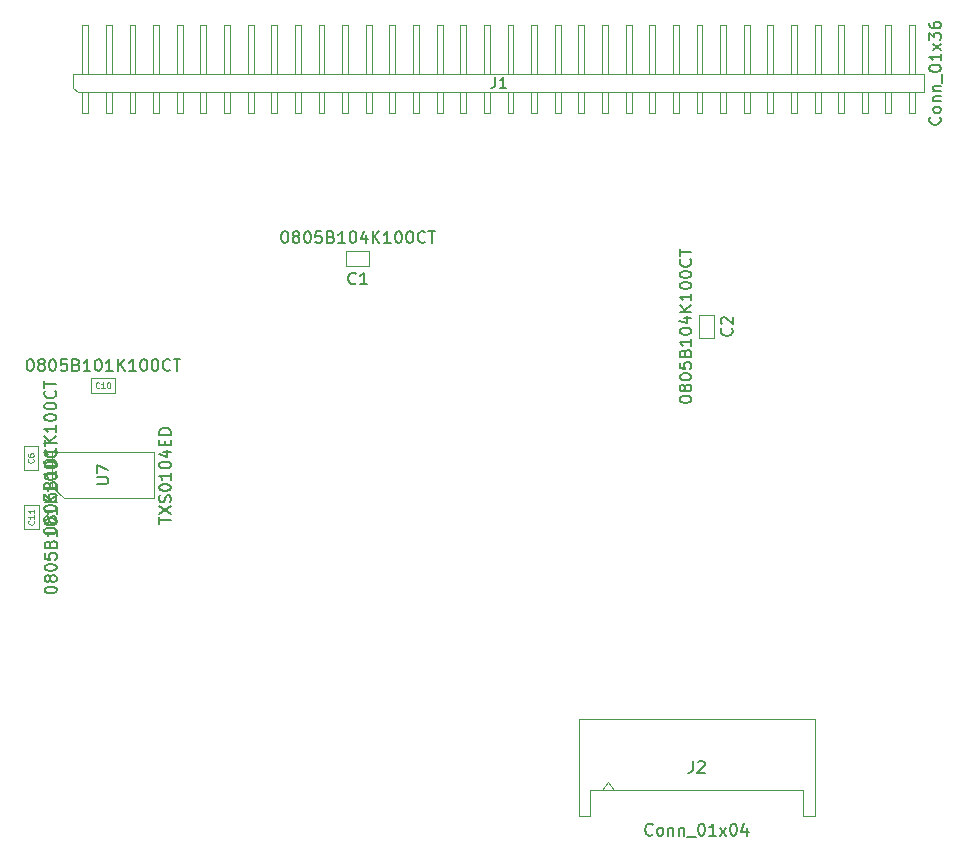
<source format=gbr>
%TF.GenerationSoftware,KiCad,Pcbnew,(5.1.9)-1*%
%TF.CreationDate,2021-04-30T23:03:23+10:00*%
%TF.ProjectId,RedPyKeeb_MCU,52656450-794b-4656-9562-5f4d43552e6b,rev?*%
%TF.SameCoordinates,Original*%
%TF.FileFunction,Other,Fab,Top*%
%FSLAX46Y46*%
G04 Gerber Fmt 4.6, Leading zero omitted, Abs format (unit mm)*
G04 Created by KiCad (PCBNEW (5.1.9)-1) date 2021-04-30 23:03:23*
%MOMM*%
%LPD*%
G01*
G04 APERTURE LIST*
%ADD10C,0.100000*%
%ADD11C,0.150000*%
%ADD12C,0.080000*%
%ADD13C,0.135000*%
G04 APERTURE END LIST*
D10*
%TO.C,J2*%
X98677600Y-95972400D02*
X98677600Y-98172400D01*
X98677600Y-98172400D02*
X97677600Y-98172400D01*
X97677600Y-98172400D02*
X97677600Y-89972400D01*
X97677600Y-89972400D02*
X117677600Y-89972400D01*
X117677600Y-89972400D02*
X117677600Y-98172400D01*
X117677600Y-98172400D02*
X116677600Y-98172400D01*
X116677600Y-98172400D02*
X116677600Y-95972400D01*
X116677600Y-95972400D02*
X98677600Y-95972400D01*
X99677600Y-95972400D02*
X100177600Y-95265293D01*
X100177600Y-95265293D02*
X100677600Y-95972400D01*
%TO.C,C1*%
X79968600Y-50332400D02*
X79968600Y-51572400D01*
X77968600Y-50332400D02*
X79968600Y-50332400D01*
X77968600Y-51572400D02*
X77968600Y-50332400D01*
X79968600Y-51572400D02*
X77968600Y-51572400D01*
%TO.C,C2*%
X107901500Y-55718200D02*
X109141500Y-55718200D01*
X107901500Y-57718200D02*
X107901500Y-55718200D01*
X109141500Y-57718200D02*
X107901500Y-57718200D01*
X109141500Y-55718200D02*
X109141500Y-57718200D01*
%TO.C,C10*%
X58404000Y-61097000D02*
X58404000Y-62347000D01*
X58404000Y-62347000D02*
X56404000Y-62347000D01*
X56404000Y-62347000D02*
X56404000Y-61097000D01*
X56404000Y-61097000D02*
X58404000Y-61097000D01*
%TO.C,C6*%
X51933000Y-66868800D02*
X51933000Y-68868800D01*
X50683000Y-66868800D02*
X51933000Y-66868800D01*
X50683000Y-68868800D02*
X50683000Y-66868800D01*
X51933000Y-68868800D02*
X50683000Y-68868800D01*
%TO.C,C11*%
X51971100Y-73859900D02*
X50721100Y-73859900D01*
X50721100Y-73859900D02*
X50721100Y-71859900D01*
X50721100Y-71859900D02*
X51971100Y-71859900D01*
X51971100Y-71859900D02*
X51971100Y-73859900D01*
%TO.C,J1*%
X126155400Y-35366700D02*
X126155400Y-31166700D01*
X125655400Y-31166700D02*
X126155400Y-31166700D01*
X125655400Y-35366700D02*
X125655400Y-31166700D01*
X126155400Y-38616700D02*
X126155400Y-36866700D01*
X125655400Y-38616700D02*
X126155400Y-38616700D01*
X125655400Y-38616700D02*
X125655400Y-36866700D01*
X124155400Y-35366700D02*
X124155400Y-31166700D01*
X123655400Y-31166700D02*
X124155400Y-31166700D01*
X123655400Y-35366700D02*
X123655400Y-31166700D01*
X124155400Y-38616700D02*
X124155400Y-36866700D01*
X123655400Y-38616700D02*
X124155400Y-38616700D01*
X123655400Y-38616700D02*
X123655400Y-36866700D01*
X122155400Y-35366700D02*
X122155400Y-31166700D01*
X121655400Y-31166700D02*
X122155400Y-31166700D01*
X121655400Y-35366700D02*
X121655400Y-31166700D01*
X122155400Y-38616700D02*
X122155400Y-36866700D01*
X121655400Y-38616700D02*
X122155400Y-38616700D01*
X121655400Y-38616700D02*
X121655400Y-36866700D01*
X120155400Y-35366700D02*
X120155400Y-31166700D01*
X119655400Y-31166700D02*
X120155400Y-31166700D01*
X119655400Y-35366700D02*
X119655400Y-31166700D01*
X120155400Y-38616700D02*
X120155400Y-36866700D01*
X119655400Y-38616700D02*
X120155400Y-38616700D01*
X119655400Y-38616700D02*
X119655400Y-36866700D01*
X118155400Y-35366700D02*
X118155400Y-31166700D01*
X117655400Y-31166700D02*
X118155400Y-31166700D01*
X117655400Y-35366700D02*
X117655400Y-31166700D01*
X118155400Y-38616700D02*
X118155400Y-36866700D01*
X117655400Y-38616700D02*
X118155400Y-38616700D01*
X117655400Y-38616700D02*
X117655400Y-36866700D01*
X116155400Y-35366700D02*
X116155400Y-31166700D01*
X115655400Y-31166700D02*
X116155400Y-31166700D01*
X115655400Y-35366700D02*
X115655400Y-31166700D01*
X116155400Y-38616700D02*
X116155400Y-36866700D01*
X115655400Y-38616700D02*
X116155400Y-38616700D01*
X115655400Y-38616700D02*
X115655400Y-36866700D01*
X114155400Y-35366700D02*
X114155400Y-31166700D01*
X113655400Y-31166700D02*
X114155400Y-31166700D01*
X113655400Y-35366700D02*
X113655400Y-31166700D01*
X114155400Y-38616700D02*
X114155400Y-36866700D01*
X113655400Y-38616700D02*
X114155400Y-38616700D01*
X113655400Y-38616700D02*
X113655400Y-36866700D01*
X112155400Y-35366700D02*
X112155400Y-31166700D01*
X111655400Y-31166700D02*
X112155400Y-31166700D01*
X111655400Y-35366700D02*
X111655400Y-31166700D01*
X112155400Y-38616700D02*
X112155400Y-36866700D01*
X111655400Y-38616700D02*
X112155400Y-38616700D01*
X111655400Y-38616700D02*
X111655400Y-36866700D01*
X110155400Y-35366700D02*
X110155400Y-31166700D01*
X109655400Y-31166700D02*
X110155400Y-31166700D01*
X109655400Y-35366700D02*
X109655400Y-31166700D01*
X110155400Y-38616700D02*
X110155400Y-36866700D01*
X109655400Y-38616700D02*
X110155400Y-38616700D01*
X109655400Y-38616700D02*
X109655400Y-36866700D01*
X108155400Y-35366700D02*
X108155400Y-31166700D01*
X107655400Y-31166700D02*
X108155400Y-31166700D01*
X107655400Y-35366700D02*
X107655400Y-31166700D01*
X108155400Y-38616700D02*
X108155400Y-36866700D01*
X107655400Y-38616700D02*
X108155400Y-38616700D01*
X107655400Y-38616700D02*
X107655400Y-36866700D01*
X106155400Y-35366700D02*
X106155400Y-31166700D01*
X105655400Y-31166700D02*
X106155400Y-31166700D01*
X105655400Y-35366700D02*
X105655400Y-31166700D01*
X106155400Y-38616700D02*
X106155400Y-36866700D01*
X105655400Y-38616700D02*
X106155400Y-38616700D01*
X105655400Y-38616700D02*
X105655400Y-36866700D01*
X104155400Y-35366700D02*
X104155400Y-31166700D01*
X103655400Y-31166700D02*
X104155400Y-31166700D01*
X103655400Y-35366700D02*
X103655400Y-31166700D01*
X104155400Y-38616700D02*
X104155400Y-36866700D01*
X103655400Y-38616700D02*
X104155400Y-38616700D01*
X103655400Y-38616700D02*
X103655400Y-36866700D01*
X102155400Y-35366700D02*
X102155400Y-31166700D01*
X101655400Y-31166700D02*
X102155400Y-31166700D01*
X101655400Y-35366700D02*
X101655400Y-31166700D01*
X102155400Y-38616700D02*
X102155400Y-36866700D01*
X101655400Y-38616700D02*
X102155400Y-38616700D01*
X101655400Y-38616700D02*
X101655400Y-36866700D01*
X100155400Y-35366700D02*
X100155400Y-31166700D01*
X99655400Y-31166700D02*
X100155400Y-31166700D01*
X99655400Y-35366700D02*
X99655400Y-31166700D01*
X100155400Y-38616700D02*
X100155400Y-36866700D01*
X99655400Y-38616700D02*
X100155400Y-38616700D01*
X99655400Y-38616700D02*
X99655400Y-36866700D01*
X98155400Y-35366700D02*
X98155400Y-31166700D01*
X97655400Y-31166700D02*
X98155400Y-31166700D01*
X97655400Y-35366700D02*
X97655400Y-31166700D01*
X98155400Y-38616700D02*
X98155400Y-36866700D01*
X97655400Y-38616700D02*
X98155400Y-38616700D01*
X97655400Y-38616700D02*
X97655400Y-36866700D01*
X96155400Y-35366700D02*
X96155400Y-31166700D01*
X95655400Y-31166700D02*
X96155400Y-31166700D01*
X95655400Y-35366700D02*
X95655400Y-31166700D01*
X96155400Y-38616700D02*
X96155400Y-36866700D01*
X95655400Y-38616700D02*
X96155400Y-38616700D01*
X95655400Y-38616700D02*
X95655400Y-36866700D01*
X94155400Y-35366700D02*
X94155400Y-31166700D01*
X93655400Y-31166700D02*
X94155400Y-31166700D01*
X93655400Y-35366700D02*
X93655400Y-31166700D01*
X94155400Y-38616700D02*
X94155400Y-36866700D01*
X93655400Y-38616700D02*
X94155400Y-38616700D01*
X93655400Y-38616700D02*
X93655400Y-36866700D01*
X92155400Y-35366700D02*
X92155400Y-31166700D01*
X91655400Y-31166700D02*
X92155400Y-31166700D01*
X91655400Y-35366700D02*
X91655400Y-31166700D01*
X92155400Y-38616700D02*
X92155400Y-36866700D01*
X91655400Y-38616700D02*
X92155400Y-38616700D01*
X91655400Y-38616700D02*
X91655400Y-36866700D01*
X90155400Y-35366700D02*
X90155400Y-31166700D01*
X89655400Y-31166700D02*
X90155400Y-31166700D01*
X89655400Y-35366700D02*
X89655400Y-31166700D01*
X90155400Y-38616700D02*
X90155400Y-36866700D01*
X89655400Y-38616700D02*
X90155400Y-38616700D01*
X89655400Y-38616700D02*
X89655400Y-36866700D01*
X88155400Y-35366700D02*
X88155400Y-31166700D01*
X87655400Y-31166700D02*
X88155400Y-31166700D01*
X87655400Y-35366700D02*
X87655400Y-31166700D01*
X88155400Y-38616700D02*
X88155400Y-36866700D01*
X87655400Y-38616700D02*
X88155400Y-38616700D01*
X87655400Y-38616700D02*
X87655400Y-36866700D01*
X86155400Y-35366700D02*
X86155400Y-31166700D01*
X85655400Y-31166700D02*
X86155400Y-31166700D01*
X85655400Y-35366700D02*
X85655400Y-31166700D01*
X86155400Y-38616700D02*
X86155400Y-36866700D01*
X85655400Y-38616700D02*
X86155400Y-38616700D01*
X85655400Y-38616700D02*
X85655400Y-36866700D01*
X84155400Y-35366700D02*
X84155400Y-31166700D01*
X83655400Y-31166700D02*
X84155400Y-31166700D01*
X83655400Y-35366700D02*
X83655400Y-31166700D01*
X84155400Y-38616700D02*
X84155400Y-36866700D01*
X83655400Y-38616700D02*
X84155400Y-38616700D01*
X83655400Y-38616700D02*
X83655400Y-36866700D01*
X82155400Y-35366700D02*
X82155400Y-31166700D01*
X81655400Y-31166700D02*
X82155400Y-31166700D01*
X81655400Y-35366700D02*
X81655400Y-31166700D01*
X82155400Y-38616700D02*
X82155400Y-36866700D01*
X81655400Y-38616700D02*
X82155400Y-38616700D01*
X81655400Y-38616700D02*
X81655400Y-36866700D01*
X80155400Y-35366700D02*
X80155400Y-31166700D01*
X79655400Y-31166700D02*
X80155400Y-31166700D01*
X79655400Y-35366700D02*
X79655400Y-31166700D01*
X80155400Y-38616700D02*
X80155400Y-36866700D01*
X79655400Y-38616700D02*
X80155400Y-38616700D01*
X79655400Y-38616700D02*
X79655400Y-36866700D01*
X78155400Y-35366700D02*
X78155400Y-31166700D01*
X77655400Y-31166700D02*
X78155400Y-31166700D01*
X77655400Y-35366700D02*
X77655400Y-31166700D01*
X78155400Y-38616700D02*
X78155400Y-36866700D01*
X77655400Y-38616700D02*
X78155400Y-38616700D01*
X77655400Y-38616700D02*
X77655400Y-36866700D01*
X76155400Y-35366700D02*
X76155400Y-31166700D01*
X75655400Y-31166700D02*
X76155400Y-31166700D01*
X75655400Y-35366700D02*
X75655400Y-31166700D01*
X76155400Y-38616700D02*
X76155400Y-36866700D01*
X75655400Y-38616700D02*
X76155400Y-38616700D01*
X75655400Y-38616700D02*
X75655400Y-36866700D01*
X74155400Y-35366700D02*
X74155400Y-31166700D01*
X73655400Y-31166700D02*
X74155400Y-31166700D01*
X73655400Y-35366700D02*
X73655400Y-31166700D01*
X74155400Y-38616700D02*
X74155400Y-36866700D01*
X73655400Y-38616700D02*
X74155400Y-38616700D01*
X73655400Y-38616700D02*
X73655400Y-36866700D01*
X72155400Y-35366700D02*
X72155400Y-31166700D01*
X71655400Y-31166700D02*
X72155400Y-31166700D01*
X71655400Y-35366700D02*
X71655400Y-31166700D01*
X72155400Y-38616700D02*
X72155400Y-36866700D01*
X71655400Y-38616700D02*
X72155400Y-38616700D01*
X71655400Y-38616700D02*
X71655400Y-36866700D01*
X70155400Y-35366700D02*
X70155400Y-31166700D01*
X69655400Y-31166700D02*
X70155400Y-31166700D01*
X69655400Y-35366700D02*
X69655400Y-31166700D01*
X70155400Y-38616700D02*
X70155400Y-36866700D01*
X69655400Y-38616700D02*
X70155400Y-38616700D01*
X69655400Y-38616700D02*
X69655400Y-36866700D01*
X68155400Y-35366700D02*
X68155400Y-31166700D01*
X67655400Y-31166700D02*
X68155400Y-31166700D01*
X67655400Y-35366700D02*
X67655400Y-31166700D01*
X68155400Y-38616700D02*
X68155400Y-36866700D01*
X67655400Y-38616700D02*
X68155400Y-38616700D01*
X67655400Y-38616700D02*
X67655400Y-36866700D01*
X66155400Y-35366700D02*
X66155400Y-31166700D01*
X65655400Y-31166700D02*
X66155400Y-31166700D01*
X65655400Y-35366700D02*
X65655400Y-31166700D01*
X66155400Y-38616700D02*
X66155400Y-36866700D01*
X65655400Y-38616700D02*
X66155400Y-38616700D01*
X65655400Y-38616700D02*
X65655400Y-36866700D01*
X64155400Y-35366700D02*
X64155400Y-31166700D01*
X63655400Y-31166700D02*
X64155400Y-31166700D01*
X63655400Y-35366700D02*
X63655400Y-31166700D01*
X64155400Y-38616700D02*
X64155400Y-36866700D01*
X63655400Y-38616700D02*
X64155400Y-38616700D01*
X63655400Y-38616700D02*
X63655400Y-36866700D01*
X62155400Y-35366700D02*
X62155400Y-31166700D01*
X61655400Y-31166700D02*
X62155400Y-31166700D01*
X61655400Y-35366700D02*
X61655400Y-31166700D01*
X62155400Y-38616700D02*
X62155400Y-36866700D01*
X61655400Y-38616700D02*
X62155400Y-38616700D01*
X61655400Y-38616700D02*
X61655400Y-36866700D01*
X60155400Y-35366700D02*
X60155400Y-31166700D01*
X59655400Y-31166700D02*
X60155400Y-31166700D01*
X59655400Y-35366700D02*
X59655400Y-31166700D01*
X60155400Y-38616700D02*
X60155400Y-36866700D01*
X59655400Y-38616700D02*
X60155400Y-38616700D01*
X59655400Y-38616700D02*
X59655400Y-36866700D01*
X58155400Y-35366700D02*
X58155400Y-31166700D01*
X57655400Y-31166700D02*
X58155400Y-31166700D01*
X57655400Y-35366700D02*
X57655400Y-31166700D01*
X58155400Y-38616700D02*
X58155400Y-36866700D01*
X57655400Y-38616700D02*
X58155400Y-38616700D01*
X57655400Y-38616700D02*
X57655400Y-36866700D01*
X56155400Y-35366700D02*
X56155400Y-31166700D01*
X55655400Y-31166700D02*
X56155400Y-31166700D01*
X55655400Y-35366700D02*
X55655400Y-31166700D01*
X56155400Y-38616700D02*
X56155400Y-36866700D01*
X55655400Y-38616700D02*
X56155400Y-38616700D01*
X55655400Y-38616700D02*
X55655400Y-36866700D01*
X55280400Y-36866700D02*
X54905400Y-36491700D01*
X126905400Y-36866700D02*
X55280400Y-36866700D01*
X126905400Y-35366700D02*
X126905400Y-36866700D01*
X54905400Y-35366700D02*
X126905400Y-35366700D01*
X54905400Y-36491700D02*
X54905400Y-35366700D01*
%TO.C,U7*%
X54074301Y-71262699D02*
X53099301Y-70287699D01*
X61749301Y-71262699D02*
X54074301Y-71262699D01*
X61749301Y-67362699D02*
X61749301Y-71262699D01*
X53099301Y-67362699D02*
X61749301Y-67362699D01*
X53099301Y-70287699D02*
X53099301Y-67362699D01*
%TD*%
%TO.C,J2*%
D11*
X103939504Y-99729542D02*
X103891885Y-99777161D01*
X103749028Y-99824780D01*
X103653790Y-99824780D01*
X103510933Y-99777161D01*
X103415695Y-99681923D01*
X103368076Y-99586685D01*
X103320457Y-99396209D01*
X103320457Y-99253352D01*
X103368076Y-99062876D01*
X103415695Y-98967638D01*
X103510933Y-98872400D01*
X103653790Y-98824780D01*
X103749028Y-98824780D01*
X103891885Y-98872400D01*
X103939504Y-98920019D01*
X104510933Y-99824780D02*
X104415695Y-99777161D01*
X104368076Y-99729542D01*
X104320457Y-99634304D01*
X104320457Y-99348590D01*
X104368076Y-99253352D01*
X104415695Y-99205733D01*
X104510933Y-99158114D01*
X104653790Y-99158114D01*
X104749028Y-99205733D01*
X104796647Y-99253352D01*
X104844266Y-99348590D01*
X104844266Y-99634304D01*
X104796647Y-99729542D01*
X104749028Y-99777161D01*
X104653790Y-99824780D01*
X104510933Y-99824780D01*
X105272838Y-99158114D02*
X105272838Y-99824780D01*
X105272838Y-99253352D02*
X105320457Y-99205733D01*
X105415695Y-99158114D01*
X105558552Y-99158114D01*
X105653790Y-99205733D01*
X105701409Y-99300971D01*
X105701409Y-99824780D01*
X106177600Y-99158114D02*
X106177600Y-99824780D01*
X106177600Y-99253352D02*
X106225219Y-99205733D01*
X106320457Y-99158114D01*
X106463314Y-99158114D01*
X106558552Y-99205733D01*
X106606171Y-99300971D01*
X106606171Y-99824780D01*
X106844266Y-99920019D02*
X107606171Y-99920019D01*
X108034742Y-98824780D02*
X108129980Y-98824780D01*
X108225219Y-98872400D01*
X108272838Y-98920019D01*
X108320457Y-99015257D01*
X108368076Y-99205733D01*
X108368076Y-99443828D01*
X108320457Y-99634304D01*
X108272838Y-99729542D01*
X108225219Y-99777161D01*
X108129980Y-99824780D01*
X108034742Y-99824780D01*
X107939504Y-99777161D01*
X107891885Y-99729542D01*
X107844266Y-99634304D01*
X107796647Y-99443828D01*
X107796647Y-99205733D01*
X107844266Y-99015257D01*
X107891885Y-98920019D01*
X107939504Y-98872400D01*
X108034742Y-98824780D01*
X109320457Y-99824780D02*
X108749028Y-99824780D01*
X109034742Y-99824780D02*
X109034742Y-98824780D01*
X108939504Y-98967638D01*
X108844266Y-99062876D01*
X108749028Y-99110495D01*
X109653790Y-99824780D02*
X110177600Y-99158114D01*
X109653790Y-99158114D02*
X110177600Y-99824780D01*
X110749028Y-98824780D02*
X110844266Y-98824780D01*
X110939504Y-98872400D01*
X110987123Y-98920019D01*
X111034742Y-99015257D01*
X111082361Y-99205733D01*
X111082361Y-99443828D01*
X111034742Y-99634304D01*
X110987123Y-99729542D01*
X110939504Y-99777161D01*
X110844266Y-99824780D01*
X110749028Y-99824780D01*
X110653790Y-99777161D01*
X110606171Y-99729542D01*
X110558552Y-99634304D01*
X110510933Y-99443828D01*
X110510933Y-99205733D01*
X110558552Y-99015257D01*
X110606171Y-98920019D01*
X110653790Y-98872400D01*
X110749028Y-98824780D01*
X111939504Y-99158114D02*
X111939504Y-99824780D01*
X111701409Y-98777161D02*
X111463314Y-99491447D01*
X112082361Y-99491447D01*
X107344266Y-93524780D02*
X107344266Y-94239066D01*
X107296647Y-94381923D01*
X107201409Y-94477161D01*
X107058552Y-94524780D01*
X106963314Y-94524780D01*
X107772838Y-93620019D02*
X107820457Y-93572400D01*
X107915695Y-93524780D01*
X108153790Y-93524780D01*
X108249028Y-93572400D01*
X108296647Y-93620019D01*
X108344266Y-93715257D01*
X108344266Y-93810495D01*
X108296647Y-93953352D01*
X107725219Y-94524780D01*
X108344266Y-94524780D01*
%TO.C,C1*%
X72754314Y-48654780D02*
X72849552Y-48654780D01*
X72944790Y-48702400D01*
X72992409Y-48750019D01*
X73040028Y-48845257D01*
X73087647Y-49035733D01*
X73087647Y-49273828D01*
X73040028Y-49464304D01*
X72992409Y-49559542D01*
X72944790Y-49607161D01*
X72849552Y-49654780D01*
X72754314Y-49654780D01*
X72659076Y-49607161D01*
X72611457Y-49559542D01*
X72563838Y-49464304D01*
X72516219Y-49273828D01*
X72516219Y-49035733D01*
X72563838Y-48845257D01*
X72611457Y-48750019D01*
X72659076Y-48702400D01*
X72754314Y-48654780D01*
X73659076Y-49083352D02*
X73563838Y-49035733D01*
X73516219Y-48988114D01*
X73468600Y-48892876D01*
X73468600Y-48845257D01*
X73516219Y-48750019D01*
X73563838Y-48702400D01*
X73659076Y-48654780D01*
X73849552Y-48654780D01*
X73944790Y-48702400D01*
X73992409Y-48750019D01*
X74040028Y-48845257D01*
X74040028Y-48892876D01*
X73992409Y-48988114D01*
X73944790Y-49035733D01*
X73849552Y-49083352D01*
X73659076Y-49083352D01*
X73563838Y-49130971D01*
X73516219Y-49178590D01*
X73468600Y-49273828D01*
X73468600Y-49464304D01*
X73516219Y-49559542D01*
X73563838Y-49607161D01*
X73659076Y-49654780D01*
X73849552Y-49654780D01*
X73944790Y-49607161D01*
X73992409Y-49559542D01*
X74040028Y-49464304D01*
X74040028Y-49273828D01*
X73992409Y-49178590D01*
X73944790Y-49130971D01*
X73849552Y-49083352D01*
X74659076Y-48654780D02*
X74754314Y-48654780D01*
X74849552Y-48702400D01*
X74897171Y-48750019D01*
X74944790Y-48845257D01*
X74992409Y-49035733D01*
X74992409Y-49273828D01*
X74944790Y-49464304D01*
X74897171Y-49559542D01*
X74849552Y-49607161D01*
X74754314Y-49654780D01*
X74659076Y-49654780D01*
X74563838Y-49607161D01*
X74516219Y-49559542D01*
X74468600Y-49464304D01*
X74420980Y-49273828D01*
X74420980Y-49035733D01*
X74468600Y-48845257D01*
X74516219Y-48750019D01*
X74563838Y-48702400D01*
X74659076Y-48654780D01*
X75897171Y-48654780D02*
X75420980Y-48654780D01*
X75373361Y-49130971D01*
X75420980Y-49083352D01*
X75516219Y-49035733D01*
X75754314Y-49035733D01*
X75849552Y-49083352D01*
X75897171Y-49130971D01*
X75944790Y-49226209D01*
X75944790Y-49464304D01*
X75897171Y-49559542D01*
X75849552Y-49607161D01*
X75754314Y-49654780D01*
X75516219Y-49654780D01*
X75420980Y-49607161D01*
X75373361Y-49559542D01*
X76706695Y-49130971D02*
X76849552Y-49178590D01*
X76897171Y-49226209D01*
X76944790Y-49321447D01*
X76944790Y-49464304D01*
X76897171Y-49559542D01*
X76849552Y-49607161D01*
X76754314Y-49654780D01*
X76373361Y-49654780D01*
X76373361Y-48654780D01*
X76706695Y-48654780D01*
X76801933Y-48702400D01*
X76849552Y-48750019D01*
X76897171Y-48845257D01*
X76897171Y-48940495D01*
X76849552Y-49035733D01*
X76801933Y-49083352D01*
X76706695Y-49130971D01*
X76373361Y-49130971D01*
X77897171Y-49654780D02*
X77325742Y-49654780D01*
X77611457Y-49654780D02*
X77611457Y-48654780D01*
X77516219Y-48797638D01*
X77420980Y-48892876D01*
X77325742Y-48940495D01*
X78516219Y-48654780D02*
X78611457Y-48654780D01*
X78706695Y-48702400D01*
X78754314Y-48750019D01*
X78801933Y-48845257D01*
X78849552Y-49035733D01*
X78849552Y-49273828D01*
X78801933Y-49464304D01*
X78754314Y-49559542D01*
X78706695Y-49607161D01*
X78611457Y-49654780D01*
X78516219Y-49654780D01*
X78420980Y-49607161D01*
X78373361Y-49559542D01*
X78325742Y-49464304D01*
X78278123Y-49273828D01*
X78278123Y-49035733D01*
X78325742Y-48845257D01*
X78373361Y-48750019D01*
X78420980Y-48702400D01*
X78516219Y-48654780D01*
X79706695Y-48988114D02*
X79706695Y-49654780D01*
X79468600Y-48607161D02*
X79230504Y-49321447D01*
X79849552Y-49321447D01*
X80230504Y-49654780D02*
X80230504Y-48654780D01*
X80801933Y-49654780D02*
X80373361Y-49083352D01*
X80801933Y-48654780D02*
X80230504Y-49226209D01*
X81754314Y-49654780D02*
X81182885Y-49654780D01*
X81468600Y-49654780D02*
X81468600Y-48654780D01*
X81373361Y-48797638D01*
X81278123Y-48892876D01*
X81182885Y-48940495D01*
X82373361Y-48654780D02*
X82468600Y-48654780D01*
X82563838Y-48702400D01*
X82611457Y-48750019D01*
X82659076Y-48845257D01*
X82706695Y-49035733D01*
X82706695Y-49273828D01*
X82659076Y-49464304D01*
X82611457Y-49559542D01*
X82563838Y-49607161D01*
X82468600Y-49654780D01*
X82373361Y-49654780D01*
X82278123Y-49607161D01*
X82230504Y-49559542D01*
X82182885Y-49464304D01*
X82135266Y-49273828D01*
X82135266Y-49035733D01*
X82182885Y-48845257D01*
X82230504Y-48750019D01*
X82278123Y-48702400D01*
X82373361Y-48654780D01*
X83325742Y-48654780D02*
X83420980Y-48654780D01*
X83516219Y-48702400D01*
X83563838Y-48750019D01*
X83611457Y-48845257D01*
X83659076Y-49035733D01*
X83659076Y-49273828D01*
X83611457Y-49464304D01*
X83563838Y-49559542D01*
X83516219Y-49607161D01*
X83420980Y-49654780D01*
X83325742Y-49654780D01*
X83230504Y-49607161D01*
X83182885Y-49559542D01*
X83135266Y-49464304D01*
X83087647Y-49273828D01*
X83087647Y-49035733D01*
X83135266Y-48845257D01*
X83182885Y-48750019D01*
X83230504Y-48702400D01*
X83325742Y-48654780D01*
X84659076Y-49559542D02*
X84611457Y-49607161D01*
X84468599Y-49654780D01*
X84373361Y-49654780D01*
X84230504Y-49607161D01*
X84135266Y-49511923D01*
X84087647Y-49416685D01*
X84040028Y-49226209D01*
X84040028Y-49083352D01*
X84087647Y-48892876D01*
X84135266Y-48797638D01*
X84230504Y-48702400D01*
X84373361Y-48654780D01*
X84468599Y-48654780D01*
X84611457Y-48702400D01*
X84659076Y-48750019D01*
X84944790Y-48654780D02*
X85516219Y-48654780D01*
X85230504Y-49654780D02*
X85230504Y-48654780D01*
X78801933Y-53059542D02*
X78754314Y-53107161D01*
X78611457Y-53154780D01*
X78516219Y-53154780D01*
X78373361Y-53107161D01*
X78278123Y-53011923D01*
X78230504Y-52916685D01*
X78182885Y-52726209D01*
X78182885Y-52583352D01*
X78230504Y-52392876D01*
X78278123Y-52297638D01*
X78373361Y-52202400D01*
X78516219Y-52154780D01*
X78611457Y-52154780D01*
X78754314Y-52202400D01*
X78801933Y-52250019D01*
X79754314Y-53154780D02*
X79182885Y-53154780D01*
X79468600Y-53154780D02*
X79468600Y-52154780D01*
X79373361Y-52297638D01*
X79278123Y-52392876D01*
X79182885Y-52440495D01*
%TO.C,C2*%
X106223880Y-62932485D02*
X106223880Y-62837247D01*
X106271500Y-62742009D01*
X106319119Y-62694390D01*
X106414357Y-62646771D01*
X106604833Y-62599152D01*
X106842928Y-62599152D01*
X107033404Y-62646771D01*
X107128642Y-62694390D01*
X107176261Y-62742009D01*
X107223880Y-62837247D01*
X107223880Y-62932485D01*
X107176261Y-63027723D01*
X107128642Y-63075342D01*
X107033404Y-63122961D01*
X106842928Y-63170580D01*
X106604833Y-63170580D01*
X106414357Y-63122961D01*
X106319119Y-63075342D01*
X106271500Y-63027723D01*
X106223880Y-62932485D01*
X106652452Y-62027723D02*
X106604833Y-62122961D01*
X106557214Y-62170580D01*
X106461976Y-62218200D01*
X106414357Y-62218200D01*
X106319119Y-62170580D01*
X106271500Y-62122961D01*
X106223880Y-62027723D01*
X106223880Y-61837247D01*
X106271500Y-61742009D01*
X106319119Y-61694390D01*
X106414357Y-61646771D01*
X106461976Y-61646771D01*
X106557214Y-61694390D01*
X106604833Y-61742009D01*
X106652452Y-61837247D01*
X106652452Y-62027723D01*
X106700071Y-62122961D01*
X106747690Y-62170580D01*
X106842928Y-62218200D01*
X107033404Y-62218200D01*
X107128642Y-62170580D01*
X107176261Y-62122961D01*
X107223880Y-62027723D01*
X107223880Y-61837247D01*
X107176261Y-61742009D01*
X107128642Y-61694390D01*
X107033404Y-61646771D01*
X106842928Y-61646771D01*
X106747690Y-61694390D01*
X106700071Y-61742009D01*
X106652452Y-61837247D01*
X106223880Y-61027723D02*
X106223880Y-60932485D01*
X106271500Y-60837247D01*
X106319119Y-60789628D01*
X106414357Y-60742009D01*
X106604833Y-60694390D01*
X106842928Y-60694390D01*
X107033404Y-60742009D01*
X107128642Y-60789628D01*
X107176261Y-60837247D01*
X107223880Y-60932485D01*
X107223880Y-61027723D01*
X107176261Y-61122961D01*
X107128642Y-61170580D01*
X107033404Y-61218200D01*
X106842928Y-61265819D01*
X106604833Y-61265819D01*
X106414357Y-61218200D01*
X106319119Y-61170580D01*
X106271500Y-61122961D01*
X106223880Y-61027723D01*
X106223880Y-59789628D02*
X106223880Y-60265819D01*
X106700071Y-60313438D01*
X106652452Y-60265819D01*
X106604833Y-60170580D01*
X106604833Y-59932485D01*
X106652452Y-59837247D01*
X106700071Y-59789628D01*
X106795309Y-59742009D01*
X107033404Y-59742009D01*
X107128642Y-59789628D01*
X107176261Y-59837247D01*
X107223880Y-59932485D01*
X107223880Y-60170580D01*
X107176261Y-60265819D01*
X107128642Y-60313438D01*
X106700071Y-58980104D02*
X106747690Y-58837247D01*
X106795309Y-58789628D01*
X106890547Y-58742009D01*
X107033404Y-58742009D01*
X107128642Y-58789628D01*
X107176261Y-58837247D01*
X107223880Y-58932485D01*
X107223880Y-59313438D01*
X106223880Y-59313438D01*
X106223880Y-58980104D01*
X106271500Y-58884866D01*
X106319119Y-58837247D01*
X106414357Y-58789628D01*
X106509595Y-58789628D01*
X106604833Y-58837247D01*
X106652452Y-58884866D01*
X106700071Y-58980104D01*
X106700071Y-59313438D01*
X107223880Y-57789628D02*
X107223880Y-58361057D01*
X107223880Y-58075342D02*
X106223880Y-58075342D01*
X106366738Y-58170580D01*
X106461976Y-58265819D01*
X106509595Y-58361057D01*
X106223880Y-57170580D02*
X106223880Y-57075342D01*
X106271500Y-56980104D01*
X106319119Y-56932485D01*
X106414357Y-56884866D01*
X106604833Y-56837247D01*
X106842928Y-56837247D01*
X107033404Y-56884866D01*
X107128642Y-56932485D01*
X107176261Y-56980104D01*
X107223880Y-57075342D01*
X107223880Y-57170580D01*
X107176261Y-57265819D01*
X107128642Y-57313438D01*
X107033404Y-57361057D01*
X106842928Y-57408676D01*
X106604833Y-57408676D01*
X106414357Y-57361057D01*
X106319119Y-57313438D01*
X106271500Y-57265819D01*
X106223880Y-57170580D01*
X106557214Y-55980104D02*
X107223880Y-55980104D01*
X106176261Y-56218200D02*
X106890547Y-56456295D01*
X106890547Y-55837247D01*
X107223880Y-55456295D02*
X106223880Y-55456295D01*
X107223880Y-54884866D02*
X106652452Y-55313438D01*
X106223880Y-54884866D02*
X106795309Y-55456295D01*
X107223880Y-53932485D02*
X107223880Y-54503914D01*
X107223880Y-54218200D02*
X106223880Y-54218200D01*
X106366738Y-54313438D01*
X106461976Y-54408676D01*
X106509595Y-54503914D01*
X106223880Y-53313438D02*
X106223880Y-53218200D01*
X106271500Y-53122961D01*
X106319119Y-53075342D01*
X106414357Y-53027723D01*
X106604833Y-52980104D01*
X106842928Y-52980104D01*
X107033404Y-53027723D01*
X107128642Y-53075342D01*
X107176261Y-53122961D01*
X107223880Y-53218200D01*
X107223880Y-53313438D01*
X107176261Y-53408676D01*
X107128642Y-53456295D01*
X107033404Y-53503914D01*
X106842928Y-53551533D01*
X106604833Y-53551533D01*
X106414357Y-53503914D01*
X106319119Y-53456295D01*
X106271500Y-53408676D01*
X106223880Y-53313438D01*
X106223880Y-52361057D02*
X106223880Y-52265819D01*
X106271500Y-52170580D01*
X106319119Y-52122961D01*
X106414357Y-52075342D01*
X106604833Y-52027723D01*
X106842928Y-52027723D01*
X107033404Y-52075342D01*
X107128642Y-52122961D01*
X107176261Y-52170580D01*
X107223880Y-52265819D01*
X107223880Y-52361057D01*
X107176261Y-52456295D01*
X107128642Y-52503914D01*
X107033404Y-52551533D01*
X106842928Y-52599152D01*
X106604833Y-52599152D01*
X106414357Y-52551533D01*
X106319119Y-52503914D01*
X106271500Y-52456295D01*
X106223880Y-52361057D01*
X107128642Y-51027723D02*
X107176261Y-51075342D01*
X107223880Y-51218200D01*
X107223880Y-51313438D01*
X107176261Y-51456295D01*
X107081023Y-51551533D01*
X106985785Y-51599152D01*
X106795309Y-51646771D01*
X106652452Y-51646771D01*
X106461976Y-51599152D01*
X106366738Y-51551533D01*
X106271500Y-51456295D01*
X106223880Y-51313438D01*
X106223880Y-51218200D01*
X106271500Y-51075342D01*
X106319119Y-51027723D01*
X106223880Y-50742009D02*
X106223880Y-50170580D01*
X107223880Y-50456295D02*
X106223880Y-50456295D01*
X110628642Y-56884866D02*
X110676261Y-56932485D01*
X110723880Y-57075342D01*
X110723880Y-57170580D01*
X110676261Y-57313438D01*
X110581023Y-57408676D01*
X110485785Y-57456295D01*
X110295309Y-57503914D01*
X110152452Y-57503914D01*
X109961976Y-57456295D01*
X109866738Y-57408676D01*
X109771500Y-57313438D01*
X109723880Y-57170580D01*
X109723880Y-57075342D01*
X109771500Y-56932485D01*
X109819119Y-56884866D01*
X109819119Y-56503914D02*
X109771500Y-56456295D01*
X109723880Y-56361057D01*
X109723880Y-56122961D01*
X109771500Y-56027723D01*
X109819119Y-55980104D01*
X109914357Y-55932485D01*
X110009595Y-55932485D01*
X110152452Y-55980104D01*
X110723880Y-56551533D01*
X110723880Y-55932485D01*
%TO.C,C10*%
X51189714Y-59494380D02*
X51284952Y-59494380D01*
X51380190Y-59542000D01*
X51427809Y-59589619D01*
X51475428Y-59684857D01*
X51523047Y-59875333D01*
X51523047Y-60113428D01*
X51475428Y-60303904D01*
X51427809Y-60399142D01*
X51380190Y-60446761D01*
X51284952Y-60494380D01*
X51189714Y-60494380D01*
X51094476Y-60446761D01*
X51046857Y-60399142D01*
X50999238Y-60303904D01*
X50951619Y-60113428D01*
X50951619Y-59875333D01*
X50999238Y-59684857D01*
X51046857Y-59589619D01*
X51094476Y-59542000D01*
X51189714Y-59494380D01*
X52094476Y-59922952D02*
X51999238Y-59875333D01*
X51951619Y-59827714D01*
X51904000Y-59732476D01*
X51904000Y-59684857D01*
X51951619Y-59589619D01*
X51999238Y-59542000D01*
X52094476Y-59494380D01*
X52284952Y-59494380D01*
X52380190Y-59542000D01*
X52427809Y-59589619D01*
X52475428Y-59684857D01*
X52475428Y-59732476D01*
X52427809Y-59827714D01*
X52380190Y-59875333D01*
X52284952Y-59922952D01*
X52094476Y-59922952D01*
X51999238Y-59970571D01*
X51951619Y-60018190D01*
X51904000Y-60113428D01*
X51904000Y-60303904D01*
X51951619Y-60399142D01*
X51999238Y-60446761D01*
X52094476Y-60494380D01*
X52284952Y-60494380D01*
X52380190Y-60446761D01*
X52427809Y-60399142D01*
X52475428Y-60303904D01*
X52475428Y-60113428D01*
X52427809Y-60018190D01*
X52380190Y-59970571D01*
X52284952Y-59922952D01*
X53094476Y-59494380D02*
X53189714Y-59494380D01*
X53284952Y-59542000D01*
X53332571Y-59589619D01*
X53380190Y-59684857D01*
X53427809Y-59875333D01*
X53427809Y-60113428D01*
X53380190Y-60303904D01*
X53332571Y-60399142D01*
X53284952Y-60446761D01*
X53189714Y-60494380D01*
X53094476Y-60494380D01*
X52999238Y-60446761D01*
X52951619Y-60399142D01*
X52904000Y-60303904D01*
X52856380Y-60113428D01*
X52856380Y-59875333D01*
X52904000Y-59684857D01*
X52951619Y-59589619D01*
X52999238Y-59542000D01*
X53094476Y-59494380D01*
X54332571Y-59494380D02*
X53856380Y-59494380D01*
X53808761Y-59970571D01*
X53856380Y-59922952D01*
X53951619Y-59875333D01*
X54189714Y-59875333D01*
X54284952Y-59922952D01*
X54332571Y-59970571D01*
X54380190Y-60065809D01*
X54380190Y-60303904D01*
X54332571Y-60399142D01*
X54284952Y-60446761D01*
X54189714Y-60494380D01*
X53951619Y-60494380D01*
X53856380Y-60446761D01*
X53808761Y-60399142D01*
X55142095Y-59970571D02*
X55284952Y-60018190D01*
X55332571Y-60065809D01*
X55380190Y-60161047D01*
X55380190Y-60303904D01*
X55332571Y-60399142D01*
X55284952Y-60446761D01*
X55189714Y-60494380D01*
X54808761Y-60494380D01*
X54808761Y-59494380D01*
X55142095Y-59494380D01*
X55237333Y-59542000D01*
X55284952Y-59589619D01*
X55332571Y-59684857D01*
X55332571Y-59780095D01*
X55284952Y-59875333D01*
X55237333Y-59922952D01*
X55142095Y-59970571D01*
X54808761Y-59970571D01*
X56332571Y-60494380D02*
X55761142Y-60494380D01*
X56046857Y-60494380D02*
X56046857Y-59494380D01*
X55951619Y-59637238D01*
X55856380Y-59732476D01*
X55761142Y-59780095D01*
X56951619Y-59494380D02*
X57046857Y-59494380D01*
X57142095Y-59542000D01*
X57189714Y-59589619D01*
X57237333Y-59684857D01*
X57284952Y-59875333D01*
X57284952Y-60113428D01*
X57237333Y-60303904D01*
X57189714Y-60399142D01*
X57142095Y-60446761D01*
X57046857Y-60494380D01*
X56951619Y-60494380D01*
X56856380Y-60446761D01*
X56808761Y-60399142D01*
X56761142Y-60303904D01*
X56713523Y-60113428D01*
X56713523Y-59875333D01*
X56761142Y-59684857D01*
X56808761Y-59589619D01*
X56856380Y-59542000D01*
X56951619Y-59494380D01*
X58237333Y-60494380D02*
X57665904Y-60494380D01*
X57951619Y-60494380D02*
X57951619Y-59494380D01*
X57856380Y-59637238D01*
X57761142Y-59732476D01*
X57665904Y-59780095D01*
X58665904Y-60494380D02*
X58665904Y-59494380D01*
X59237333Y-60494380D02*
X58808761Y-59922952D01*
X59237333Y-59494380D02*
X58665904Y-60065809D01*
X60189714Y-60494380D02*
X59618285Y-60494380D01*
X59904000Y-60494380D02*
X59904000Y-59494380D01*
X59808761Y-59637238D01*
X59713523Y-59732476D01*
X59618285Y-59780095D01*
X60808761Y-59494380D02*
X60904000Y-59494380D01*
X60999238Y-59542000D01*
X61046857Y-59589619D01*
X61094476Y-59684857D01*
X61142095Y-59875333D01*
X61142095Y-60113428D01*
X61094476Y-60303904D01*
X61046857Y-60399142D01*
X60999238Y-60446761D01*
X60904000Y-60494380D01*
X60808761Y-60494380D01*
X60713523Y-60446761D01*
X60665904Y-60399142D01*
X60618285Y-60303904D01*
X60570666Y-60113428D01*
X60570666Y-59875333D01*
X60618285Y-59684857D01*
X60665904Y-59589619D01*
X60713523Y-59542000D01*
X60808761Y-59494380D01*
X61761142Y-59494380D02*
X61856380Y-59494380D01*
X61951619Y-59542000D01*
X61999238Y-59589619D01*
X62046857Y-59684857D01*
X62094476Y-59875333D01*
X62094476Y-60113428D01*
X62046857Y-60303904D01*
X61999238Y-60399142D01*
X61951619Y-60446761D01*
X61856380Y-60494380D01*
X61761142Y-60494380D01*
X61665904Y-60446761D01*
X61618285Y-60399142D01*
X61570666Y-60303904D01*
X61523047Y-60113428D01*
X61523047Y-59875333D01*
X61570666Y-59684857D01*
X61618285Y-59589619D01*
X61665904Y-59542000D01*
X61761142Y-59494380D01*
X63094476Y-60399142D02*
X63046857Y-60446761D01*
X62904000Y-60494380D01*
X62808761Y-60494380D01*
X62665904Y-60446761D01*
X62570666Y-60351523D01*
X62523047Y-60256285D01*
X62475428Y-60065809D01*
X62475428Y-59922952D01*
X62523047Y-59732476D01*
X62570666Y-59637238D01*
X62665904Y-59542000D01*
X62808761Y-59494380D01*
X62904000Y-59494380D01*
X63046857Y-59542000D01*
X63094476Y-59589619D01*
X63380190Y-59494380D02*
X63951619Y-59494380D01*
X63665904Y-60494380D02*
X63665904Y-59494380D01*
D12*
X57082571Y-61900571D02*
X57058761Y-61924380D01*
X56987333Y-61948190D01*
X56939714Y-61948190D01*
X56868285Y-61924380D01*
X56820666Y-61876761D01*
X56796857Y-61829142D01*
X56773047Y-61733904D01*
X56773047Y-61662476D01*
X56796857Y-61567238D01*
X56820666Y-61519619D01*
X56868285Y-61472000D01*
X56939714Y-61448190D01*
X56987333Y-61448190D01*
X57058761Y-61472000D01*
X57082571Y-61495809D01*
X57558761Y-61948190D02*
X57273047Y-61948190D01*
X57415904Y-61948190D02*
X57415904Y-61448190D01*
X57368285Y-61519619D01*
X57320666Y-61567238D01*
X57273047Y-61591047D01*
X57868285Y-61448190D02*
X57915904Y-61448190D01*
X57963523Y-61472000D01*
X57987333Y-61495809D01*
X58011142Y-61543428D01*
X58034952Y-61638666D01*
X58034952Y-61757714D01*
X58011142Y-61852952D01*
X57987333Y-61900571D01*
X57963523Y-61924380D01*
X57915904Y-61948190D01*
X57868285Y-61948190D01*
X57820666Y-61924380D01*
X57796857Y-61900571D01*
X57773047Y-61852952D01*
X57749238Y-61757714D01*
X57749238Y-61638666D01*
X57773047Y-61543428D01*
X57796857Y-61495809D01*
X57820666Y-61472000D01*
X57868285Y-61448190D01*
%TO.C,C6*%
D11*
X52440380Y-74083085D02*
X52440380Y-73987847D01*
X52488000Y-73892609D01*
X52535619Y-73844990D01*
X52630857Y-73797371D01*
X52821333Y-73749752D01*
X53059428Y-73749752D01*
X53249904Y-73797371D01*
X53345142Y-73844990D01*
X53392761Y-73892609D01*
X53440380Y-73987847D01*
X53440380Y-74083085D01*
X53392761Y-74178323D01*
X53345142Y-74225942D01*
X53249904Y-74273561D01*
X53059428Y-74321180D01*
X52821333Y-74321180D01*
X52630857Y-74273561D01*
X52535619Y-74225942D01*
X52488000Y-74178323D01*
X52440380Y-74083085D01*
X52868952Y-73178323D02*
X52821333Y-73273561D01*
X52773714Y-73321180D01*
X52678476Y-73368800D01*
X52630857Y-73368800D01*
X52535619Y-73321180D01*
X52488000Y-73273561D01*
X52440380Y-73178323D01*
X52440380Y-72987847D01*
X52488000Y-72892609D01*
X52535619Y-72844990D01*
X52630857Y-72797371D01*
X52678476Y-72797371D01*
X52773714Y-72844990D01*
X52821333Y-72892609D01*
X52868952Y-72987847D01*
X52868952Y-73178323D01*
X52916571Y-73273561D01*
X52964190Y-73321180D01*
X53059428Y-73368800D01*
X53249904Y-73368800D01*
X53345142Y-73321180D01*
X53392761Y-73273561D01*
X53440380Y-73178323D01*
X53440380Y-72987847D01*
X53392761Y-72892609D01*
X53345142Y-72844990D01*
X53249904Y-72797371D01*
X53059428Y-72797371D01*
X52964190Y-72844990D01*
X52916571Y-72892609D01*
X52868952Y-72987847D01*
X52440380Y-72178323D02*
X52440380Y-72083085D01*
X52488000Y-71987847D01*
X52535619Y-71940228D01*
X52630857Y-71892609D01*
X52821333Y-71844990D01*
X53059428Y-71844990D01*
X53249904Y-71892609D01*
X53345142Y-71940228D01*
X53392761Y-71987847D01*
X53440380Y-72083085D01*
X53440380Y-72178323D01*
X53392761Y-72273561D01*
X53345142Y-72321180D01*
X53249904Y-72368800D01*
X53059428Y-72416419D01*
X52821333Y-72416419D01*
X52630857Y-72368800D01*
X52535619Y-72321180D01*
X52488000Y-72273561D01*
X52440380Y-72178323D01*
X52440380Y-70940228D02*
X52440380Y-71416419D01*
X52916571Y-71464038D01*
X52868952Y-71416419D01*
X52821333Y-71321180D01*
X52821333Y-71083085D01*
X52868952Y-70987847D01*
X52916571Y-70940228D01*
X53011809Y-70892609D01*
X53249904Y-70892609D01*
X53345142Y-70940228D01*
X53392761Y-70987847D01*
X53440380Y-71083085D01*
X53440380Y-71321180D01*
X53392761Y-71416419D01*
X53345142Y-71464038D01*
X52916571Y-70130704D02*
X52964190Y-69987847D01*
X53011809Y-69940228D01*
X53107047Y-69892609D01*
X53249904Y-69892609D01*
X53345142Y-69940228D01*
X53392761Y-69987847D01*
X53440380Y-70083085D01*
X53440380Y-70464038D01*
X52440380Y-70464038D01*
X52440380Y-70130704D01*
X52488000Y-70035466D01*
X52535619Y-69987847D01*
X52630857Y-69940228D01*
X52726095Y-69940228D01*
X52821333Y-69987847D01*
X52868952Y-70035466D01*
X52916571Y-70130704D01*
X52916571Y-70464038D01*
X53440380Y-68940228D02*
X53440380Y-69511657D01*
X53440380Y-69225942D02*
X52440380Y-69225942D01*
X52583238Y-69321180D01*
X52678476Y-69416419D01*
X52726095Y-69511657D01*
X52440380Y-68321180D02*
X52440380Y-68225942D01*
X52488000Y-68130704D01*
X52535619Y-68083085D01*
X52630857Y-68035466D01*
X52821333Y-67987847D01*
X53059428Y-67987847D01*
X53249904Y-68035466D01*
X53345142Y-68083085D01*
X53392761Y-68130704D01*
X53440380Y-68225942D01*
X53440380Y-68321180D01*
X53392761Y-68416419D01*
X53345142Y-68464038D01*
X53249904Y-68511657D01*
X53059428Y-68559276D01*
X52821333Y-68559276D01*
X52630857Y-68511657D01*
X52535619Y-68464038D01*
X52488000Y-68416419D01*
X52440380Y-68321180D01*
X53440380Y-67035466D02*
X53440380Y-67606895D01*
X53440380Y-67321180D02*
X52440380Y-67321180D01*
X52583238Y-67416419D01*
X52678476Y-67511657D01*
X52726095Y-67606895D01*
X53440380Y-66606895D02*
X52440380Y-66606895D01*
X53440380Y-66035466D02*
X52868952Y-66464038D01*
X52440380Y-66035466D02*
X53011809Y-66606895D01*
X53440380Y-65083085D02*
X53440380Y-65654514D01*
X53440380Y-65368800D02*
X52440380Y-65368800D01*
X52583238Y-65464038D01*
X52678476Y-65559276D01*
X52726095Y-65654514D01*
X52440380Y-64464038D02*
X52440380Y-64368800D01*
X52488000Y-64273561D01*
X52535619Y-64225942D01*
X52630857Y-64178323D01*
X52821333Y-64130704D01*
X53059428Y-64130704D01*
X53249904Y-64178323D01*
X53345142Y-64225942D01*
X53392761Y-64273561D01*
X53440380Y-64368800D01*
X53440380Y-64464038D01*
X53392761Y-64559276D01*
X53345142Y-64606895D01*
X53249904Y-64654514D01*
X53059428Y-64702133D01*
X52821333Y-64702133D01*
X52630857Y-64654514D01*
X52535619Y-64606895D01*
X52488000Y-64559276D01*
X52440380Y-64464038D01*
X52440380Y-63511657D02*
X52440380Y-63416419D01*
X52488000Y-63321180D01*
X52535619Y-63273561D01*
X52630857Y-63225942D01*
X52821333Y-63178323D01*
X53059428Y-63178323D01*
X53249904Y-63225942D01*
X53345142Y-63273561D01*
X53392761Y-63321180D01*
X53440380Y-63416419D01*
X53440380Y-63511657D01*
X53392761Y-63606895D01*
X53345142Y-63654514D01*
X53249904Y-63702133D01*
X53059428Y-63749752D01*
X52821333Y-63749752D01*
X52630857Y-63702133D01*
X52535619Y-63654514D01*
X52488000Y-63606895D01*
X52440380Y-63511657D01*
X53345142Y-62178323D02*
X53392761Y-62225942D01*
X53440380Y-62368800D01*
X53440380Y-62464038D01*
X53392761Y-62606895D01*
X53297523Y-62702133D01*
X53202285Y-62749752D01*
X53011809Y-62797371D01*
X52868952Y-62797371D01*
X52678476Y-62749752D01*
X52583238Y-62702133D01*
X52488000Y-62606895D01*
X52440380Y-62464038D01*
X52440380Y-62368800D01*
X52488000Y-62225942D01*
X52535619Y-62178323D01*
X52440380Y-61892609D02*
X52440380Y-61321180D01*
X53440380Y-61606895D02*
X52440380Y-61606895D01*
D12*
X51486571Y-67952133D02*
X51510380Y-67975942D01*
X51534190Y-68047371D01*
X51534190Y-68094990D01*
X51510380Y-68166419D01*
X51462761Y-68214038D01*
X51415142Y-68237847D01*
X51319904Y-68261657D01*
X51248476Y-68261657D01*
X51153238Y-68237847D01*
X51105619Y-68214038D01*
X51058000Y-68166419D01*
X51034190Y-68094990D01*
X51034190Y-68047371D01*
X51058000Y-67975942D01*
X51081809Y-67952133D01*
X51034190Y-67523561D02*
X51034190Y-67618800D01*
X51058000Y-67666419D01*
X51081809Y-67690228D01*
X51153238Y-67737847D01*
X51248476Y-67761657D01*
X51438952Y-67761657D01*
X51486571Y-67737847D01*
X51510380Y-67714038D01*
X51534190Y-67666419D01*
X51534190Y-67571180D01*
X51510380Y-67523561D01*
X51486571Y-67499752D01*
X51438952Y-67475942D01*
X51319904Y-67475942D01*
X51272285Y-67499752D01*
X51248476Y-67523561D01*
X51224666Y-67571180D01*
X51224666Y-67666419D01*
X51248476Y-67714038D01*
X51272285Y-67737847D01*
X51319904Y-67761657D01*
%TO.C,C11*%
D11*
X52478480Y-79074185D02*
X52478480Y-78978947D01*
X52526100Y-78883709D01*
X52573719Y-78836090D01*
X52668957Y-78788471D01*
X52859433Y-78740852D01*
X53097528Y-78740852D01*
X53288004Y-78788471D01*
X53383242Y-78836090D01*
X53430861Y-78883709D01*
X53478480Y-78978947D01*
X53478480Y-79074185D01*
X53430861Y-79169423D01*
X53383242Y-79217042D01*
X53288004Y-79264661D01*
X53097528Y-79312280D01*
X52859433Y-79312280D01*
X52668957Y-79264661D01*
X52573719Y-79217042D01*
X52526100Y-79169423D01*
X52478480Y-79074185D01*
X52907052Y-78169423D02*
X52859433Y-78264661D01*
X52811814Y-78312280D01*
X52716576Y-78359900D01*
X52668957Y-78359900D01*
X52573719Y-78312280D01*
X52526100Y-78264661D01*
X52478480Y-78169423D01*
X52478480Y-77978947D01*
X52526100Y-77883709D01*
X52573719Y-77836090D01*
X52668957Y-77788471D01*
X52716576Y-77788471D01*
X52811814Y-77836090D01*
X52859433Y-77883709D01*
X52907052Y-77978947D01*
X52907052Y-78169423D01*
X52954671Y-78264661D01*
X53002290Y-78312280D01*
X53097528Y-78359900D01*
X53288004Y-78359900D01*
X53383242Y-78312280D01*
X53430861Y-78264661D01*
X53478480Y-78169423D01*
X53478480Y-77978947D01*
X53430861Y-77883709D01*
X53383242Y-77836090D01*
X53288004Y-77788471D01*
X53097528Y-77788471D01*
X53002290Y-77836090D01*
X52954671Y-77883709D01*
X52907052Y-77978947D01*
X52478480Y-77169423D02*
X52478480Y-77074185D01*
X52526100Y-76978947D01*
X52573719Y-76931328D01*
X52668957Y-76883709D01*
X52859433Y-76836090D01*
X53097528Y-76836090D01*
X53288004Y-76883709D01*
X53383242Y-76931328D01*
X53430861Y-76978947D01*
X53478480Y-77074185D01*
X53478480Y-77169423D01*
X53430861Y-77264661D01*
X53383242Y-77312280D01*
X53288004Y-77359900D01*
X53097528Y-77407519D01*
X52859433Y-77407519D01*
X52668957Y-77359900D01*
X52573719Y-77312280D01*
X52526100Y-77264661D01*
X52478480Y-77169423D01*
X52478480Y-75931328D02*
X52478480Y-76407519D01*
X52954671Y-76455138D01*
X52907052Y-76407519D01*
X52859433Y-76312280D01*
X52859433Y-76074185D01*
X52907052Y-75978947D01*
X52954671Y-75931328D01*
X53049909Y-75883709D01*
X53288004Y-75883709D01*
X53383242Y-75931328D01*
X53430861Y-75978947D01*
X53478480Y-76074185D01*
X53478480Y-76312280D01*
X53430861Y-76407519D01*
X53383242Y-76455138D01*
X52954671Y-75121804D02*
X53002290Y-74978947D01*
X53049909Y-74931328D01*
X53145147Y-74883709D01*
X53288004Y-74883709D01*
X53383242Y-74931328D01*
X53430861Y-74978947D01*
X53478480Y-75074185D01*
X53478480Y-75455138D01*
X52478480Y-75455138D01*
X52478480Y-75121804D01*
X52526100Y-75026566D01*
X52573719Y-74978947D01*
X52668957Y-74931328D01*
X52764195Y-74931328D01*
X52859433Y-74978947D01*
X52907052Y-75026566D01*
X52954671Y-75121804D01*
X52954671Y-75455138D01*
X53478480Y-73931328D02*
X53478480Y-74502757D01*
X53478480Y-74217042D02*
X52478480Y-74217042D01*
X52621338Y-74312280D01*
X52716576Y-74407519D01*
X52764195Y-74502757D01*
X52478480Y-73312280D02*
X52478480Y-73217042D01*
X52526100Y-73121804D01*
X52573719Y-73074185D01*
X52668957Y-73026566D01*
X52859433Y-72978947D01*
X53097528Y-72978947D01*
X53288004Y-73026566D01*
X53383242Y-73074185D01*
X53430861Y-73121804D01*
X53478480Y-73217042D01*
X53478480Y-73312280D01*
X53430861Y-73407519D01*
X53383242Y-73455138D01*
X53288004Y-73502757D01*
X53097528Y-73550376D01*
X52859433Y-73550376D01*
X52668957Y-73502757D01*
X52573719Y-73455138D01*
X52526100Y-73407519D01*
X52478480Y-73312280D01*
X53478480Y-72026566D02*
X53478480Y-72597995D01*
X53478480Y-72312280D02*
X52478480Y-72312280D01*
X52621338Y-72407519D01*
X52716576Y-72502757D01*
X52764195Y-72597995D01*
X53478480Y-71597995D02*
X52478480Y-71597995D01*
X53478480Y-71026566D02*
X52907052Y-71455138D01*
X52478480Y-71026566D02*
X53049909Y-71597995D01*
X53478480Y-70074185D02*
X53478480Y-70645614D01*
X53478480Y-70359900D02*
X52478480Y-70359900D01*
X52621338Y-70455138D01*
X52716576Y-70550376D01*
X52764195Y-70645614D01*
X52478480Y-69455138D02*
X52478480Y-69359900D01*
X52526100Y-69264661D01*
X52573719Y-69217042D01*
X52668957Y-69169423D01*
X52859433Y-69121804D01*
X53097528Y-69121804D01*
X53288004Y-69169423D01*
X53383242Y-69217042D01*
X53430861Y-69264661D01*
X53478480Y-69359900D01*
X53478480Y-69455138D01*
X53430861Y-69550376D01*
X53383242Y-69597995D01*
X53288004Y-69645614D01*
X53097528Y-69693233D01*
X52859433Y-69693233D01*
X52668957Y-69645614D01*
X52573719Y-69597995D01*
X52526100Y-69550376D01*
X52478480Y-69455138D01*
X52478480Y-68502757D02*
X52478480Y-68407519D01*
X52526100Y-68312280D01*
X52573719Y-68264661D01*
X52668957Y-68217042D01*
X52859433Y-68169423D01*
X53097528Y-68169423D01*
X53288004Y-68217042D01*
X53383242Y-68264661D01*
X53430861Y-68312280D01*
X53478480Y-68407519D01*
X53478480Y-68502757D01*
X53430861Y-68597995D01*
X53383242Y-68645614D01*
X53288004Y-68693233D01*
X53097528Y-68740852D01*
X52859433Y-68740852D01*
X52668957Y-68693233D01*
X52573719Y-68645614D01*
X52526100Y-68597995D01*
X52478480Y-68502757D01*
X53383242Y-67169423D02*
X53430861Y-67217042D01*
X53478480Y-67359900D01*
X53478480Y-67455138D01*
X53430861Y-67597995D01*
X53335623Y-67693233D01*
X53240385Y-67740852D01*
X53049909Y-67788471D01*
X52907052Y-67788471D01*
X52716576Y-67740852D01*
X52621338Y-67693233D01*
X52526100Y-67597995D01*
X52478480Y-67455138D01*
X52478480Y-67359900D01*
X52526100Y-67217042D01*
X52573719Y-67169423D01*
X52478480Y-66883709D02*
X52478480Y-66312280D01*
X53478480Y-66597995D02*
X52478480Y-66597995D01*
D12*
X51524671Y-73181328D02*
X51548480Y-73205138D01*
X51572290Y-73276566D01*
X51572290Y-73324185D01*
X51548480Y-73395614D01*
X51500861Y-73443233D01*
X51453242Y-73467042D01*
X51358004Y-73490852D01*
X51286576Y-73490852D01*
X51191338Y-73467042D01*
X51143719Y-73443233D01*
X51096100Y-73395614D01*
X51072290Y-73324185D01*
X51072290Y-73276566D01*
X51096100Y-73205138D01*
X51119909Y-73181328D01*
X51572290Y-72705138D02*
X51572290Y-72990852D01*
X51572290Y-72847995D02*
X51072290Y-72847995D01*
X51143719Y-72895614D01*
X51191338Y-72943233D01*
X51215147Y-72990852D01*
X51572290Y-72228947D02*
X51572290Y-72514661D01*
X51572290Y-72371804D02*
X51072290Y-72371804D01*
X51143719Y-72419423D01*
X51191338Y-72467042D01*
X51215147Y-72514661D01*
%TO.C,J1*%
D11*
X128262542Y-39004795D02*
X128310161Y-39052414D01*
X128357780Y-39195271D01*
X128357780Y-39290509D01*
X128310161Y-39433366D01*
X128214923Y-39528604D01*
X128119685Y-39576223D01*
X127929209Y-39623842D01*
X127786352Y-39623842D01*
X127595876Y-39576223D01*
X127500638Y-39528604D01*
X127405400Y-39433366D01*
X127357780Y-39290509D01*
X127357780Y-39195271D01*
X127405400Y-39052414D01*
X127453019Y-39004795D01*
X128357780Y-38433366D02*
X128310161Y-38528604D01*
X128262542Y-38576223D01*
X128167304Y-38623842D01*
X127881590Y-38623842D01*
X127786352Y-38576223D01*
X127738733Y-38528604D01*
X127691114Y-38433366D01*
X127691114Y-38290509D01*
X127738733Y-38195271D01*
X127786352Y-38147652D01*
X127881590Y-38100033D01*
X128167304Y-38100033D01*
X128262542Y-38147652D01*
X128310161Y-38195271D01*
X128357780Y-38290509D01*
X128357780Y-38433366D01*
X127691114Y-37671461D02*
X128357780Y-37671461D01*
X127786352Y-37671461D02*
X127738733Y-37623842D01*
X127691114Y-37528604D01*
X127691114Y-37385747D01*
X127738733Y-37290509D01*
X127833971Y-37242890D01*
X128357780Y-37242890D01*
X127691114Y-36766700D02*
X128357780Y-36766700D01*
X127786352Y-36766700D02*
X127738733Y-36719080D01*
X127691114Y-36623842D01*
X127691114Y-36480985D01*
X127738733Y-36385747D01*
X127833971Y-36338128D01*
X128357780Y-36338128D01*
X128453019Y-36100033D02*
X128453019Y-35338128D01*
X127357780Y-34909557D02*
X127357780Y-34814319D01*
X127405400Y-34719080D01*
X127453019Y-34671461D01*
X127548257Y-34623842D01*
X127738733Y-34576223D01*
X127976828Y-34576223D01*
X128167304Y-34623842D01*
X128262542Y-34671461D01*
X128310161Y-34719080D01*
X128357780Y-34814319D01*
X128357780Y-34909557D01*
X128310161Y-35004795D01*
X128262542Y-35052414D01*
X128167304Y-35100033D01*
X127976828Y-35147652D01*
X127738733Y-35147652D01*
X127548257Y-35100033D01*
X127453019Y-35052414D01*
X127405400Y-35004795D01*
X127357780Y-34909557D01*
X128357780Y-33623842D02*
X128357780Y-34195271D01*
X128357780Y-33909557D02*
X127357780Y-33909557D01*
X127500638Y-34004795D01*
X127595876Y-34100033D01*
X127643495Y-34195271D01*
X128357780Y-33290509D02*
X127691114Y-32766700D01*
X127691114Y-33290509D02*
X128357780Y-32766700D01*
X127357780Y-32480985D02*
X127357780Y-31861938D01*
X127738733Y-32195271D01*
X127738733Y-32052414D01*
X127786352Y-31957176D01*
X127833971Y-31909557D01*
X127929209Y-31861938D01*
X128167304Y-31861938D01*
X128262542Y-31909557D01*
X128310161Y-31957176D01*
X128357780Y-32052414D01*
X128357780Y-32338128D01*
X128310161Y-32433366D01*
X128262542Y-32480985D01*
X127357780Y-31004795D02*
X127357780Y-31195271D01*
X127405400Y-31290509D01*
X127453019Y-31338128D01*
X127595876Y-31433366D01*
X127786352Y-31480985D01*
X128167304Y-31480985D01*
X128262542Y-31433366D01*
X128310161Y-31385747D01*
X128357780Y-31290509D01*
X128357780Y-31100033D01*
X128310161Y-31004795D01*
X128262542Y-30957176D01*
X128167304Y-30909557D01*
X127929209Y-30909557D01*
X127833971Y-30957176D01*
X127786352Y-31004795D01*
X127738733Y-31100033D01*
X127738733Y-31290509D01*
X127786352Y-31385747D01*
X127833971Y-31433366D01*
X127929209Y-31480985D01*
D13*
X90605400Y-35623842D02*
X90605400Y-36266700D01*
X90562542Y-36395271D01*
X90476828Y-36480985D01*
X90348257Y-36523842D01*
X90262542Y-36523842D01*
X91505400Y-36523842D02*
X90991114Y-36523842D01*
X91248257Y-36523842D02*
X91248257Y-35623842D01*
X91162542Y-35752414D01*
X91076828Y-35838128D01*
X90991114Y-35880985D01*
%TO.C,U7*%
D11*
X62156681Y-73407937D02*
X62156681Y-72836508D01*
X63156681Y-73122222D02*
X62156681Y-73122222D01*
X62156681Y-72598413D02*
X63156681Y-71931746D01*
X62156681Y-71931746D02*
X63156681Y-72598413D01*
X63109062Y-71598413D02*
X63156681Y-71455556D01*
X63156681Y-71217460D01*
X63109062Y-71122222D01*
X63061443Y-71074603D01*
X62966205Y-71026984D01*
X62870967Y-71026984D01*
X62775729Y-71074603D01*
X62728110Y-71122222D01*
X62680491Y-71217460D01*
X62632872Y-71407937D01*
X62585253Y-71503175D01*
X62537634Y-71550794D01*
X62442396Y-71598413D01*
X62347158Y-71598413D01*
X62251920Y-71550794D01*
X62204301Y-71503175D01*
X62156681Y-71407937D01*
X62156681Y-71169841D01*
X62204301Y-71026984D01*
X62156681Y-70407937D02*
X62156681Y-70312699D01*
X62204301Y-70217460D01*
X62251920Y-70169841D01*
X62347158Y-70122222D01*
X62537634Y-70074603D01*
X62775729Y-70074603D01*
X62966205Y-70122222D01*
X63061443Y-70169841D01*
X63109062Y-70217460D01*
X63156681Y-70312699D01*
X63156681Y-70407937D01*
X63109062Y-70503175D01*
X63061443Y-70550794D01*
X62966205Y-70598413D01*
X62775729Y-70646032D01*
X62537634Y-70646032D01*
X62347158Y-70598413D01*
X62251920Y-70550794D01*
X62204301Y-70503175D01*
X62156681Y-70407937D01*
X63156681Y-69122222D02*
X63156681Y-69693651D01*
X63156681Y-69407937D02*
X62156681Y-69407937D01*
X62299539Y-69503175D01*
X62394777Y-69598413D01*
X62442396Y-69693651D01*
X62156681Y-68503175D02*
X62156681Y-68407937D01*
X62204301Y-68312699D01*
X62251920Y-68265079D01*
X62347158Y-68217460D01*
X62537634Y-68169841D01*
X62775729Y-68169841D01*
X62966205Y-68217460D01*
X63061443Y-68265079D01*
X63109062Y-68312699D01*
X63156681Y-68407937D01*
X63156681Y-68503175D01*
X63109062Y-68598413D01*
X63061443Y-68646032D01*
X62966205Y-68693651D01*
X62775729Y-68741270D01*
X62537634Y-68741270D01*
X62347158Y-68693651D01*
X62251920Y-68646032D01*
X62204301Y-68598413D01*
X62156681Y-68503175D01*
X62490015Y-67312699D02*
X63156681Y-67312699D01*
X62109062Y-67550794D02*
X62823348Y-67788889D01*
X62823348Y-67169841D01*
X62632872Y-66788889D02*
X62632872Y-66455556D01*
X63156681Y-66312699D02*
X63156681Y-66788889D01*
X62156681Y-66788889D01*
X62156681Y-66312699D01*
X63156681Y-65884127D02*
X62156681Y-65884127D01*
X62156681Y-65646032D01*
X62204301Y-65503175D01*
X62299539Y-65407937D01*
X62394777Y-65360318D01*
X62585253Y-65312699D01*
X62728110Y-65312699D01*
X62918586Y-65360318D01*
X63013824Y-65407937D01*
X63109062Y-65503175D01*
X63156681Y-65646032D01*
X63156681Y-65884127D01*
X56887634Y-70059365D02*
X57680967Y-70059365D01*
X57774301Y-70012699D01*
X57820967Y-69966032D01*
X57867634Y-69872699D01*
X57867634Y-69686032D01*
X57820967Y-69592699D01*
X57774301Y-69546032D01*
X57680967Y-69499365D01*
X56887634Y-69499365D01*
X56887634Y-69126032D02*
X56887634Y-68472699D01*
X57867634Y-68892699D01*
%TD*%
M02*

</source>
